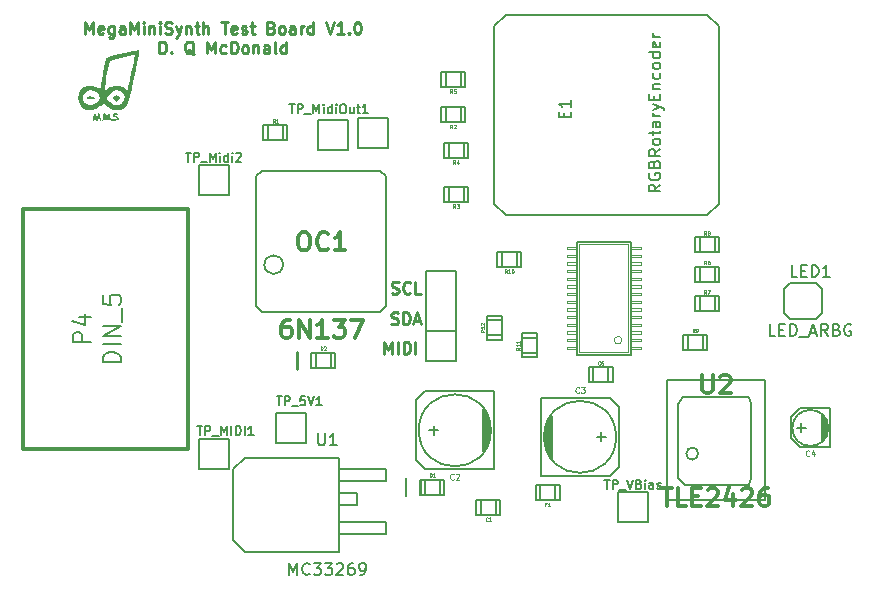
<source format=gto>
%FSLAX34Y34*%
G04 Gerber Fmt 3.4, Leading zero omitted, Abs format*
G04 (created by PCBNEW (2014-02-26 BZR 4721)-product) date Wednesday, 20 August 2014 20:09:21*
%MOIN*%
G01*
G70*
G90*
G04 APERTURE LIST*
%ADD10C,0.005906*%
%ADD11C,0.007874*%
%ADD12C,0.009843*%
%ADD13C,0.006000*%
%ADD14C,0.011811*%
%ADD15C,0.005000*%
%ADD16C,0.002600*%
%ADD17C,0.002000*%
%ADD18C,0.003000*%
%ADD19C,0.000100*%
%ADD20C,0.012000*%
%ADD21C,0.004700*%
%ADD22C,0.002400*%
G04 APERTURE END LIST*
G54D10*
G54D11*
X44488Y-28149D02*
X44488Y-28543D01*
X44488Y-28543D02*
X44488Y-28149D01*
X44488Y-28149D02*
X44488Y-28543D01*
X43996Y-28051D02*
X43996Y-28641D01*
G54D12*
X33309Y-13239D02*
X33309Y-12845D01*
X33441Y-13126D01*
X33572Y-12845D01*
X33572Y-13239D01*
X33909Y-13220D02*
X33872Y-13239D01*
X33797Y-13239D01*
X33759Y-13220D01*
X33741Y-13182D01*
X33741Y-13032D01*
X33759Y-12995D01*
X33797Y-12976D01*
X33872Y-12976D01*
X33909Y-12995D01*
X33928Y-13032D01*
X33928Y-13070D01*
X33741Y-13107D01*
X34266Y-12976D02*
X34266Y-13295D01*
X34247Y-13332D01*
X34228Y-13351D01*
X34191Y-13370D01*
X34134Y-13370D01*
X34097Y-13351D01*
X34266Y-13220D02*
X34228Y-13239D01*
X34153Y-13239D01*
X34116Y-13220D01*
X34097Y-13201D01*
X34078Y-13164D01*
X34078Y-13051D01*
X34097Y-13014D01*
X34116Y-12995D01*
X34153Y-12976D01*
X34228Y-12976D01*
X34266Y-12995D01*
X34622Y-13239D02*
X34622Y-13032D01*
X34603Y-12995D01*
X34565Y-12976D01*
X34491Y-12976D01*
X34453Y-12995D01*
X34622Y-13220D02*
X34584Y-13239D01*
X34491Y-13239D01*
X34453Y-13220D01*
X34434Y-13182D01*
X34434Y-13145D01*
X34453Y-13107D01*
X34491Y-13089D01*
X34584Y-13089D01*
X34622Y-13070D01*
X34809Y-13239D02*
X34809Y-12845D01*
X34940Y-13126D01*
X35072Y-12845D01*
X35072Y-13239D01*
X35259Y-13239D02*
X35259Y-12976D01*
X35259Y-12845D02*
X35240Y-12864D01*
X35259Y-12882D01*
X35278Y-12864D01*
X35259Y-12845D01*
X35259Y-12882D01*
X35447Y-12976D02*
X35447Y-13239D01*
X35447Y-13014D02*
X35465Y-12995D01*
X35503Y-12976D01*
X35559Y-12976D01*
X35597Y-12995D01*
X35615Y-13032D01*
X35615Y-13239D01*
X35803Y-13239D02*
X35803Y-12976D01*
X35803Y-12845D02*
X35784Y-12864D01*
X35803Y-12882D01*
X35822Y-12864D01*
X35803Y-12845D01*
X35803Y-12882D01*
X35972Y-13220D02*
X36028Y-13239D01*
X36122Y-13239D01*
X36159Y-13220D01*
X36178Y-13201D01*
X36197Y-13164D01*
X36197Y-13126D01*
X36178Y-13089D01*
X36159Y-13070D01*
X36122Y-13051D01*
X36047Y-13032D01*
X36009Y-13014D01*
X35990Y-12995D01*
X35972Y-12957D01*
X35972Y-12920D01*
X35990Y-12882D01*
X36009Y-12864D01*
X36047Y-12845D01*
X36140Y-12845D01*
X36197Y-12864D01*
X36328Y-12976D02*
X36422Y-13239D01*
X36515Y-12976D02*
X36422Y-13239D01*
X36384Y-13332D01*
X36365Y-13351D01*
X36328Y-13370D01*
X36665Y-12976D02*
X36665Y-13239D01*
X36665Y-13014D02*
X36684Y-12995D01*
X36721Y-12976D01*
X36778Y-12976D01*
X36815Y-12995D01*
X36834Y-13032D01*
X36834Y-13239D01*
X36965Y-12976D02*
X37115Y-12976D01*
X37021Y-12845D02*
X37021Y-13182D01*
X37040Y-13220D01*
X37078Y-13239D01*
X37115Y-13239D01*
X37246Y-13239D02*
X37246Y-12845D01*
X37415Y-13239D02*
X37415Y-13032D01*
X37396Y-12995D01*
X37359Y-12976D01*
X37303Y-12976D01*
X37265Y-12995D01*
X37246Y-13014D01*
X37846Y-12845D02*
X38071Y-12845D01*
X37959Y-13239D02*
X37959Y-12845D01*
X38353Y-13220D02*
X38315Y-13239D01*
X38240Y-13239D01*
X38203Y-13220D01*
X38184Y-13182D01*
X38184Y-13032D01*
X38203Y-12995D01*
X38240Y-12976D01*
X38315Y-12976D01*
X38353Y-12995D01*
X38371Y-13032D01*
X38371Y-13070D01*
X38184Y-13107D01*
X38521Y-13220D02*
X38559Y-13239D01*
X38634Y-13239D01*
X38671Y-13220D01*
X38690Y-13182D01*
X38690Y-13164D01*
X38671Y-13126D01*
X38634Y-13107D01*
X38577Y-13107D01*
X38540Y-13089D01*
X38521Y-13051D01*
X38521Y-13032D01*
X38540Y-12995D01*
X38577Y-12976D01*
X38634Y-12976D01*
X38671Y-12995D01*
X38802Y-12976D02*
X38952Y-12976D01*
X38859Y-12845D02*
X38859Y-13182D01*
X38877Y-13220D01*
X38915Y-13239D01*
X38952Y-13239D01*
X39515Y-13032D02*
X39571Y-13051D01*
X39590Y-13070D01*
X39609Y-13107D01*
X39609Y-13164D01*
X39590Y-13201D01*
X39571Y-13220D01*
X39534Y-13239D01*
X39384Y-13239D01*
X39384Y-12845D01*
X39515Y-12845D01*
X39552Y-12864D01*
X39571Y-12882D01*
X39590Y-12920D01*
X39590Y-12957D01*
X39571Y-12995D01*
X39552Y-13014D01*
X39515Y-13032D01*
X39384Y-13032D01*
X39834Y-13239D02*
X39796Y-13220D01*
X39777Y-13201D01*
X39759Y-13164D01*
X39759Y-13051D01*
X39777Y-13014D01*
X39796Y-12995D01*
X39834Y-12976D01*
X39890Y-12976D01*
X39927Y-12995D01*
X39946Y-13014D01*
X39965Y-13051D01*
X39965Y-13164D01*
X39946Y-13201D01*
X39927Y-13220D01*
X39890Y-13239D01*
X39834Y-13239D01*
X40302Y-13239D02*
X40302Y-13032D01*
X40284Y-12995D01*
X40246Y-12976D01*
X40171Y-12976D01*
X40134Y-12995D01*
X40302Y-13220D02*
X40265Y-13239D01*
X40171Y-13239D01*
X40134Y-13220D01*
X40115Y-13182D01*
X40115Y-13145D01*
X40134Y-13107D01*
X40171Y-13089D01*
X40265Y-13089D01*
X40302Y-13070D01*
X40490Y-13239D02*
X40490Y-12976D01*
X40490Y-13051D02*
X40508Y-13014D01*
X40527Y-12995D01*
X40565Y-12976D01*
X40602Y-12976D01*
X40902Y-13239D02*
X40902Y-12845D01*
X40902Y-13220D02*
X40865Y-13239D01*
X40790Y-13239D01*
X40752Y-13220D01*
X40733Y-13201D01*
X40715Y-13164D01*
X40715Y-13051D01*
X40733Y-13014D01*
X40752Y-12995D01*
X40790Y-12976D01*
X40865Y-12976D01*
X40902Y-12995D01*
X41333Y-12845D02*
X41465Y-13239D01*
X41596Y-12845D01*
X41933Y-13239D02*
X41708Y-13239D01*
X41821Y-13239D02*
X41821Y-12845D01*
X41783Y-12901D01*
X41746Y-12939D01*
X41708Y-12957D01*
X42102Y-13201D02*
X42121Y-13220D01*
X42102Y-13239D01*
X42083Y-13220D01*
X42102Y-13201D01*
X42102Y-13239D01*
X42365Y-12845D02*
X42402Y-12845D01*
X42440Y-12864D01*
X42458Y-12882D01*
X42477Y-12920D01*
X42496Y-12995D01*
X42496Y-13089D01*
X42477Y-13164D01*
X42458Y-13201D01*
X42440Y-13220D01*
X42402Y-13239D01*
X42365Y-13239D01*
X42327Y-13220D01*
X42308Y-13201D01*
X42290Y-13164D01*
X42271Y-13089D01*
X42271Y-12995D01*
X42290Y-12920D01*
X42308Y-12882D01*
X42327Y-12864D01*
X42365Y-12845D01*
X35784Y-13888D02*
X35784Y-13495D01*
X35878Y-13495D01*
X35934Y-13513D01*
X35972Y-13551D01*
X35990Y-13588D01*
X36009Y-13663D01*
X36009Y-13720D01*
X35990Y-13794D01*
X35972Y-13832D01*
X35934Y-13869D01*
X35878Y-13888D01*
X35784Y-13888D01*
X36178Y-13851D02*
X36197Y-13869D01*
X36178Y-13888D01*
X36159Y-13869D01*
X36178Y-13851D01*
X36178Y-13888D01*
X36928Y-13926D02*
X36890Y-13907D01*
X36853Y-13869D01*
X36796Y-13813D01*
X36759Y-13794D01*
X36721Y-13794D01*
X36740Y-13888D02*
X36703Y-13869D01*
X36665Y-13832D01*
X36646Y-13757D01*
X36646Y-13626D01*
X36665Y-13551D01*
X36703Y-13513D01*
X36740Y-13495D01*
X36815Y-13495D01*
X36853Y-13513D01*
X36890Y-13551D01*
X36909Y-13626D01*
X36909Y-13757D01*
X36890Y-13832D01*
X36853Y-13869D01*
X36815Y-13888D01*
X36740Y-13888D01*
X37378Y-13888D02*
X37378Y-13495D01*
X37509Y-13776D01*
X37640Y-13495D01*
X37640Y-13888D01*
X37996Y-13869D02*
X37959Y-13888D01*
X37884Y-13888D01*
X37846Y-13869D01*
X37828Y-13851D01*
X37809Y-13813D01*
X37809Y-13701D01*
X37828Y-13663D01*
X37846Y-13645D01*
X37884Y-13626D01*
X37959Y-13626D01*
X37996Y-13645D01*
X38165Y-13888D02*
X38165Y-13495D01*
X38259Y-13495D01*
X38315Y-13513D01*
X38353Y-13551D01*
X38371Y-13588D01*
X38390Y-13663D01*
X38390Y-13720D01*
X38371Y-13794D01*
X38353Y-13832D01*
X38315Y-13869D01*
X38259Y-13888D01*
X38165Y-13888D01*
X38615Y-13888D02*
X38577Y-13869D01*
X38559Y-13851D01*
X38540Y-13813D01*
X38540Y-13701D01*
X38559Y-13663D01*
X38577Y-13645D01*
X38615Y-13626D01*
X38671Y-13626D01*
X38709Y-13645D01*
X38727Y-13663D01*
X38746Y-13701D01*
X38746Y-13813D01*
X38727Y-13851D01*
X38709Y-13869D01*
X38671Y-13888D01*
X38615Y-13888D01*
X38915Y-13626D02*
X38915Y-13888D01*
X38915Y-13663D02*
X38934Y-13645D01*
X38971Y-13626D01*
X39027Y-13626D01*
X39065Y-13645D01*
X39084Y-13682D01*
X39084Y-13888D01*
X39440Y-13888D02*
X39440Y-13682D01*
X39421Y-13645D01*
X39384Y-13626D01*
X39309Y-13626D01*
X39271Y-13645D01*
X39440Y-13869D02*
X39402Y-13888D01*
X39309Y-13888D01*
X39271Y-13869D01*
X39252Y-13832D01*
X39252Y-13794D01*
X39271Y-13757D01*
X39309Y-13738D01*
X39402Y-13738D01*
X39440Y-13720D01*
X39684Y-13888D02*
X39646Y-13869D01*
X39627Y-13832D01*
X39627Y-13495D01*
X40002Y-13888D02*
X40002Y-13495D01*
X40002Y-13869D02*
X39965Y-13888D01*
X39890Y-13888D01*
X39852Y-13869D01*
X39834Y-13851D01*
X39815Y-13813D01*
X39815Y-13701D01*
X39834Y-13663D01*
X39852Y-13645D01*
X39890Y-13626D01*
X39965Y-13626D01*
X40002Y-13645D01*
X40354Y-24423D02*
X40354Y-23861D01*
X43527Y-21881D02*
X43583Y-21900D01*
X43677Y-21900D01*
X43714Y-21881D01*
X43733Y-21863D01*
X43752Y-21825D01*
X43752Y-21788D01*
X43733Y-21750D01*
X43714Y-21731D01*
X43677Y-21713D01*
X43602Y-21694D01*
X43564Y-21675D01*
X43546Y-21656D01*
X43527Y-21619D01*
X43527Y-21581D01*
X43546Y-21544D01*
X43564Y-21525D01*
X43602Y-21506D01*
X43696Y-21506D01*
X43752Y-21525D01*
X44146Y-21863D02*
X44127Y-21881D01*
X44071Y-21900D01*
X44033Y-21900D01*
X43977Y-21881D01*
X43939Y-21844D01*
X43921Y-21806D01*
X43902Y-21731D01*
X43902Y-21675D01*
X43921Y-21600D01*
X43939Y-21563D01*
X43977Y-21525D01*
X44033Y-21506D01*
X44071Y-21506D01*
X44127Y-21525D01*
X44146Y-21544D01*
X44502Y-21900D02*
X44314Y-21900D01*
X44314Y-21506D01*
X43517Y-22895D02*
X43574Y-22914D01*
X43667Y-22914D01*
X43705Y-22895D01*
X43724Y-22876D01*
X43742Y-22839D01*
X43742Y-22801D01*
X43724Y-22764D01*
X43705Y-22745D01*
X43667Y-22726D01*
X43592Y-22708D01*
X43555Y-22689D01*
X43536Y-22670D01*
X43517Y-22633D01*
X43517Y-22595D01*
X43536Y-22558D01*
X43555Y-22539D01*
X43592Y-22520D01*
X43686Y-22520D01*
X43742Y-22539D01*
X43911Y-22914D02*
X43911Y-22520D01*
X44005Y-22520D01*
X44061Y-22539D01*
X44099Y-22576D01*
X44117Y-22614D01*
X44136Y-22689D01*
X44136Y-22745D01*
X44117Y-22820D01*
X44099Y-22858D01*
X44061Y-22895D01*
X44005Y-22914D01*
X43911Y-22914D01*
X44286Y-22801D02*
X44474Y-22801D01*
X44249Y-22914D02*
X44380Y-22520D01*
X44511Y-22914D01*
X43283Y-23898D02*
X43283Y-23504D01*
X43414Y-23786D01*
X43546Y-23504D01*
X43546Y-23898D01*
X43733Y-23898D02*
X43733Y-23504D01*
X43921Y-23898D02*
X43921Y-23504D01*
X44014Y-23504D01*
X44071Y-23523D01*
X44108Y-23561D01*
X44127Y-23598D01*
X44146Y-23673D01*
X44146Y-23729D01*
X44127Y-23804D01*
X44108Y-23842D01*
X44071Y-23879D01*
X44014Y-23898D01*
X43921Y-23898D01*
X44314Y-23898D02*
X44314Y-23504D01*
G54D10*
X47342Y-12598D02*
X54035Y-12598D01*
X54035Y-12598D02*
X54429Y-12992D01*
X54429Y-12992D02*
X54429Y-18897D01*
X54429Y-18897D02*
X54035Y-19291D01*
X54035Y-19291D02*
X47342Y-19291D01*
X47342Y-19291D02*
X46948Y-18897D01*
X46948Y-18897D02*
X46948Y-12992D01*
X46948Y-12992D02*
X47342Y-12598D01*
G54D13*
X45677Y-24137D02*
X44677Y-24137D01*
X44677Y-24137D02*
X44677Y-21137D01*
X44677Y-21137D02*
X45677Y-21137D01*
X45677Y-21137D02*
X45677Y-24137D01*
X44677Y-23137D02*
X45677Y-23137D01*
X42074Y-17114D02*
X41074Y-17114D01*
X41074Y-16114D02*
X42074Y-16114D01*
X41074Y-17114D02*
X41074Y-16114D01*
X42074Y-16114D02*
X42074Y-17114D01*
X38098Y-18610D02*
X37098Y-18610D01*
X37098Y-17610D02*
X38098Y-17610D01*
X37098Y-18610D02*
X37098Y-17610D01*
X38098Y-17610D02*
X38098Y-18610D01*
X38098Y-27744D02*
X37098Y-27744D01*
X37098Y-26744D02*
X38098Y-26744D01*
X37098Y-27744D02*
X37098Y-26744D01*
X38098Y-26744D02*
X38098Y-27744D01*
X40657Y-26877D02*
X39657Y-26877D01*
X39657Y-25877D02*
X40657Y-25877D01*
X39657Y-26877D02*
X39657Y-25877D01*
X40657Y-25877D02*
X40657Y-26877D01*
X43413Y-17035D02*
X42413Y-17035D01*
X42413Y-16035D02*
X43413Y-16035D01*
X42413Y-17035D02*
X42413Y-16035D01*
X43413Y-16035D02*
X43413Y-17035D01*
X52074Y-29515D02*
X51074Y-29515D01*
X51074Y-28515D02*
X52074Y-28515D01*
X51074Y-29515D02*
X51074Y-28515D01*
X52074Y-28515D02*
X52074Y-29515D01*
G54D10*
X41771Y-28543D02*
X42362Y-28543D01*
X42362Y-28543D02*
X42362Y-28937D01*
X42362Y-28937D02*
X41771Y-28937D01*
X41771Y-29527D02*
X43346Y-29527D01*
X43346Y-29527D02*
X43346Y-29921D01*
X43346Y-29921D02*
X41771Y-29921D01*
X41771Y-27755D02*
X43346Y-27755D01*
X43346Y-27755D02*
X43346Y-28149D01*
X43346Y-28149D02*
X41771Y-28149D01*
X38622Y-27362D02*
X38228Y-27755D01*
X38228Y-27755D02*
X38228Y-30118D01*
X38228Y-30118D02*
X38622Y-30511D01*
X38622Y-30511D02*
X41771Y-30511D01*
X41771Y-30511D02*
X41771Y-27362D01*
X41771Y-27362D02*
X38622Y-27362D01*
G54D14*
X36720Y-19070D02*
X36720Y-27070D01*
X36720Y-19070D02*
X31220Y-19070D01*
X36720Y-27070D02*
X36720Y-19070D01*
X31220Y-27070D02*
X36720Y-27070D01*
X36720Y-27070D02*
X31220Y-27070D01*
X31220Y-19070D02*
X31220Y-27070D01*
G54D15*
X48653Y-26373D02*
X48653Y-26973D01*
X48703Y-27123D02*
X48703Y-26223D01*
X48753Y-26123D02*
X48753Y-27223D01*
X48803Y-27323D02*
X48803Y-26023D01*
X48853Y-25973D02*
X48853Y-27373D01*
X51003Y-26673D02*
G75*
G03X51003Y-26673I-1200J0D01*
G74*
G01*
X48503Y-25373D02*
X48503Y-27973D01*
X48503Y-27973D02*
X50803Y-27973D01*
X50803Y-27973D02*
X51103Y-27673D01*
X51103Y-27673D02*
X51103Y-25673D01*
X51103Y-25673D02*
X50803Y-25373D01*
X50803Y-25373D02*
X48503Y-25373D01*
X50653Y-26673D02*
X50353Y-26673D01*
X50503Y-26523D02*
X50503Y-26823D01*
X46779Y-26756D02*
X46779Y-26156D01*
X46729Y-26006D02*
X46729Y-26906D01*
X46679Y-27006D02*
X46679Y-25906D01*
X46629Y-25806D02*
X46629Y-27106D01*
X46579Y-27156D02*
X46579Y-25756D01*
X46829Y-26456D02*
G75*
G03X46829Y-26456I-1200J0D01*
G74*
G01*
X46929Y-27756D02*
X46929Y-25156D01*
X46929Y-25156D02*
X44629Y-25156D01*
X44629Y-25156D02*
X44329Y-25456D01*
X44329Y-25456D02*
X44329Y-27456D01*
X44329Y-27456D02*
X44629Y-27756D01*
X44629Y-27756D02*
X46929Y-27756D01*
X44779Y-26456D02*
X45079Y-26456D01*
X44929Y-26606D02*
X44929Y-26306D01*
X58130Y-27027D02*
X58130Y-25727D01*
X58130Y-25727D02*
X57130Y-25727D01*
X57130Y-25727D02*
X56830Y-26027D01*
X56830Y-26027D02*
X56830Y-26727D01*
X56830Y-26727D02*
X57130Y-27027D01*
X57130Y-27027D02*
X58130Y-27027D01*
X58030Y-26577D02*
X58030Y-26177D01*
X57980Y-26677D02*
X57980Y-26077D01*
X57930Y-26777D02*
X57930Y-25977D01*
X57880Y-26827D02*
X57880Y-25927D01*
X58080Y-26377D02*
G75*
G03X58080Y-26377I-600J0D01*
G74*
G01*
X57030Y-26377D02*
X57330Y-26377D01*
X57180Y-26527D02*
X57180Y-26227D01*
X47879Y-23372D02*
X48379Y-23372D01*
X47879Y-23872D02*
X48369Y-23872D01*
X47879Y-24022D02*
X47879Y-23222D01*
X47879Y-23222D02*
X48379Y-23222D01*
X48379Y-23222D02*
X48379Y-24022D01*
X48379Y-24022D02*
X47879Y-24022D01*
X46698Y-22781D02*
X47198Y-22781D01*
X46698Y-23281D02*
X47188Y-23281D01*
X46698Y-23431D02*
X46698Y-22631D01*
X46698Y-22631D02*
X47198Y-22631D01*
X47198Y-22631D02*
X47198Y-23431D01*
X47198Y-23431D02*
X46698Y-23431D01*
X48470Y-28793D02*
X48470Y-28293D01*
X48970Y-28793D02*
X48970Y-28303D01*
X49120Y-28793D02*
X48320Y-28793D01*
X48320Y-28793D02*
X48320Y-28293D01*
X48320Y-28293D02*
X49120Y-28293D01*
X49120Y-28293D02*
X49120Y-28793D01*
X54285Y-21009D02*
X54285Y-21509D01*
X53785Y-21009D02*
X53785Y-21499D01*
X53635Y-21009D02*
X54435Y-21009D01*
X54435Y-21009D02*
X54435Y-21509D01*
X54435Y-21509D02*
X53635Y-21509D01*
X53635Y-21509D02*
X53635Y-21009D01*
X54285Y-21994D02*
X54285Y-22494D01*
X53785Y-21994D02*
X53785Y-22484D01*
X53635Y-21994D02*
X54435Y-21994D01*
X54435Y-21994D02*
X54435Y-22494D01*
X54435Y-22494D02*
X53635Y-22494D01*
X53635Y-22494D02*
X53635Y-21994D01*
X54285Y-20025D02*
X54285Y-20525D01*
X53785Y-20025D02*
X53785Y-20515D01*
X53635Y-20025D02*
X54435Y-20025D01*
X54435Y-20025D02*
X54435Y-20525D01*
X54435Y-20525D02*
X53635Y-20525D01*
X53635Y-20525D02*
X53635Y-20025D01*
X47190Y-21017D02*
X47190Y-20517D01*
X47690Y-21017D02*
X47690Y-20527D01*
X47840Y-21017D02*
X47040Y-21017D01*
X47040Y-21017D02*
X47040Y-20517D01*
X47040Y-20517D02*
X47840Y-20517D01*
X47840Y-20517D02*
X47840Y-21017D01*
X53891Y-23273D02*
X53891Y-23773D01*
X53391Y-23273D02*
X53391Y-23763D01*
X53241Y-23273D02*
X54041Y-23273D01*
X54041Y-23273D02*
X54041Y-23773D01*
X54041Y-23773D02*
X53241Y-23773D01*
X53241Y-23773D02*
X53241Y-23273D01*
X45320Y-16194D02*
X45320Y-15694D01*
X45820Y-16194D02*
X45820Y-15704D01*
X45970Y-16194D02*
X45170Y-16194D01*
X45170Y-16194D02*
X45170Y-15694D01*
X45170Y-15694D02*
X45970Y-15694D01*
X45970Y-15694D02*
X45970Y-16194D01*
X45419Y-18852D02*
X45419Y-18352D01*
X45919Y-18852D02*
X45919Y-18362D01*
X46069Y-18852D02*
X45269Y-18852D01*
X45269Y-18852D02*
X45269Y-18352D01*
X45269Y-18352D02*
X46069Y-18352D01*
X46069Y-18352D02*
X46069Y-18852D01*
X45419Y-17375D02*
X45419Y-16875D01*
X45919Y-17375D02*
X45919Y-16885D01*
X46069Y-17375D02*
X45269Y-17375D01*
X45269Y-17375D02*
X45269Y-16875D01*
X45269Y-16875D02*
X46069Y-16875D01*
X46069Y-16875D02*
X46069Y-17375D01*
X45320Y-15013D02*
X45320Y-14513D01*
X45820Y-15013D02*
X45820Y-14523D01*
X45970Y-15013D02*
X45170Y-15013D01*
X45170Y-15013D02*
X45170Y-14513D01*
X45170Y-14513D02*
X45970Y-14513D01*
X45970Y-14513D02*
X45970Y-15013D01*
X39895Y-16285D02*
X39895Y-16785D01*
X39395Y-16285D02*
X39395Y-16775D01*
X39245Y-16285D02*
X40045Y-16285D01*
X40045Y-16285D02*
X40045Y-16785D01*
X40045Y-16785D02*
X39245Y-16785D01*
X39245Y-16785D02*
X39245Y-16285D01*
X41490Y-23864D02*
X41490Y-24364D01*
X40990Y-23864D02*
X40990Y-24354D01*
X40840Y-23864D02*
X41640Y-23864D01*
X41640Y-23864D02*
X41640Y-24364D01*
X41640Y-24364D02*
X40840Y-24364D01*
X40840Y-24364D02*
X40840Y-23864D01*
X46501Y-29285D02*
X46501Y-28785D01*
X47001Y-29285D02*
X47001Y-28795D01*
X47151Y-29285D02*
X46351Y-29285D01*
X46351Y-29285D02*
X46351Y-28785D01*
X46351Y-28785D02*
X47151Y-28785D01*
X47151Y-28785D02*
X47151Y-29285D01*
X45131Y-28096D02*
X45131Y-28596D01*
X44631Y-28096D02*
X44631Y-28586D01*
X44481Y-28096D02*
X45281Y-28096D01*
X45281Y-28096D02*
X45281Y-28596D01*
X45281Y-28596D02*
X44481Y-28596D01*
X44481Y-28596D02*
X44481Y-28096D01*
G54D16*
X51818Y-23750D02*
X51818Y-23670D01*
X51818Y-23670D02*
X51488Y-23670D01*
X51488Y-23750D02*
X51488Y-23670D01*
X51818Y-23750D02*
X51488Y-23750D01*
X51818Y-23494D02*
X51818Y-23414D01*
X51818Y-23414D02*
X51488Y-23414D01*
X51488Y-23494D02*
X51488Y-23414D01*
X51818Y-23494D02*
X51488Y-23494D01*
X51818Y-23238D02*
X51818Y-23158D01*
X51818Y-23158D02*
X51488Y-23158D01*
X51488Y-23238D02*
X51488Y-23158D01*
X51818Y-23238D02*
X51488Y-23238D01*
X51818Y-22982D02*
X51818Y-22902D01*
X51818Y-22902D02*
X51488Y-22902D01*
X51488Y-22982D02*
X51488Y-22902D01*
X51818Y-22982D02*
X51488Y-22982D01*
X51818Y-22726D02*
X51818Y-22646D01*
X51818Y-22646D02*
X51488Y-22646D01*
X51488Y-22726D02*
X51488Y-22646D01*
X51818Y-22726D02*
X51488Y-22726D01*
X51818Y-22470D02*
X51818Y-22390D01*
X51818Y-22390D02*
X51488Y-22390D01*
X51488Y-22470D02*
X51488Y-22390D01*
X51818Y-22470D02*
X51488Y-22470D01*
X51818Y-22214D02*
X51818Y-22134D01*
X51818Y-22134D02*
X51488Y-22134D01*
X51488Y-22214D02*
X51488Y-22134D01*
X51818Y-22214D02*
X51488Y-22214D01*
X51818Y-21960D02*
X51818Y-21880D01*
X51818Y-21880D02*
X51488Y-21880D01*
X51488Y-21960D02*
X51488Y-21880D01*
X51818Y-21960D02*
X51488Y-21960D01*
X51818Y-21704D02*
X51818Y-21624D01*
X51818Y-21624D02*
X51488Y-21624D01*
X51488Y-21704D02*
X51488Y-21624D01*
X51818Y-21704D02*
X51488Y-21704D01*
X51818Y-21448D02*
X51818Y-21368D01*
X51818Y-21368D02*
X51488Y-21368D01*
X51488Y-21448D02*
X51488Y-21368D01*
X51818Y-21448D02*
X51488Y-21448D01*
X51818Y-21192D02*
X51818Y-21112D01*
X51818Y-21112D02*
X51488Y-21112D01*
X51488Y-21192D02*
X51488Y-21112D01*
X51818Y-21192D02*
X51488Y-21192D01*
X51818Y-20936D02*
X51818Y-20856D01*
X51818Y-20856D02*
X51488Y-20856D01*
X51488Y-20936D02*
X51488Y-20856D01*
X51818Y-20936D02*
X51488Y-20936D01*
X51818Y-20680D02*
X51818Y-20600D01*
X51818Y-20600D02*
X51488Y-20600D01*
X51488Y-20680D02*
X51488Y-20600D01*
X51818Y-20680D02*
X51488Y-20680D01*
X51818Y-20424D02*
X51818Y-20344D01*
X51818Y-20344D02*
X51488Y-20344D01*
X51488Y-20424D02*
X51488Y-20344D01*
X51818Y-20424D02*
X51488Y-20424D01*
X49692Y-20424D02*
X49692Y-20344D01*
X49692Y-20344D02*
X49362Y-20344D01*
X49362Y-20424D02*
X49362Y-20344D01*
X49692Y-20424D02*
X49362Y-20424D01*
X49692Y-20680D02*
X49692Y-20600D01*
X49692Y-20600D02*
X49362Y-20600D01*
X49362Y-20680D02*
X49362Y-20600D01*
X49692Y-20680D02*
X49362Y-20680D01*
X49692Y-20936D02*
X49692Y-20856D01*
X49692Y-20856D02*
X49362Y-20856D01*
X49362Y-20936D02*
X49362Y-20856D01*
X49692Y-20936D02*
X49362Y-20936D01*
X49692Y-21192D02*
X49692Y-21112D01*
X49692Y-21112D02*
X49362Y-21112D01*
X49362Y-21192D02*
X49362Y-21112D01*
X49692Y-21192D02*
X49362Y-21192D01*
X49692Y-21448D02*
X49692Y-21368D01*
X49692Y-21368D02*
X49362Y-21368D01*
X49362Y-21448D02*
X49362Y-21368D01*
X49692Y-21448D02*
X49362Y-21448D01*
X49692Y-21704D02*
X49692Y-21624D01*
X49692Y-21624D02*
X49362Y-21624D01*
X49362Y-21704D02*
X49362Y-21624D01*
X49692Y-21704D02*
X49362Y-21704D01*
X49692Y-21960D02*
X49692Y-21880D01*
X49692Y-21880D02*
X49362Y-21880D01*
X49362Y-21960D02*
X49362Y-21880D01*
X49692Y-21960D02*
X49362Y-21960D01*
X49692Y-22214D02*
X49692Y-22134D01*
X49692Y-22134D02*
X49362Y-22134D01*
X49362Y-22214D02*
X49362Y-22134D01*
X49692Y-22214D02*
X49362Y-22214D01*
X49692Y-22470D02*
X49692Y-22390D01*
X49692Y-22390D02*
X49362Y-22390D01*
X49362Y-22470D02*
X49362Y-22390D01*
X49692Y-22470D02*
X49362Y-22470D01*
X49692Y-22726D02*
X49692Y-22646D01*
X49692Y-22646D02*
X49362Y-22646D01*
X49362Y-22726D02*
X49362Y-22646D01*
X49692Y-22726D02*
X49362Y-22726D01*
X49692Y-22982D02*
X49692Y-22902D01*
X49692Y-22902D02*
X49362Y-22902D01*
X49362Y-22982D02*
X49362Y-22902D01*
X49692Y-22982D02*
X49362Y-22982D01*
X49692Y-23238D02*
X49692Y-23158D01*
X49692Y-23158D02*
X49362Y-23158D01*
X49362Y-23238D02*
X49362Y-23158D01*
X49692Y-23238D02*
X49362Y-23238D01*
X49692Y-23494D02*
X49692Y-23414D01*
X49692Y-23414D02*
X49362Y-23414D01*
X49362Y-23494D02*
X49362Y-23414D01*
X49692Y-23494D02*
X49362Y-23494D01*
X49692Y-23750D02*
X49692Y-23670D01*
X49692Y-23670D02*
X49362Y-23670D01*
X49362Y-23750D02*
X49362Y-23670D01*
X49692Y-23750D02*
X49362Y-23750D01*
G54D13*
X51488Y-23932D02*
X51488Y-20162D01*
X49692Y-20162D02*
X51488Y-20162D01*
X49692Y-20162D02*
X49692Y-23932D01*
X51488Y-23932D02*
X49692Y-23932D01*
G54D17*
X51398Y-23842D02*
X51398Y-20252D01*
X49782Y-20252D02*
X51398Y-20252D01*
X49782Y-20252D02*
X49782Y-23842D01*
X51398Y-23842D02*
X49782Y-23842D01*
G54D18*
X51197Y-23454D02*
G75*
G03X51197Y-23454I-127J0D01*
G74*
G01*
G54D15*
X50742Y-24356D02*
X50742Y-24856D01*
X50242Y-24356D02*
X50242Y-24846D01*
X50092Y-24356D02*
X50892Y-24356D01*
X50892Y-24356D02*
X50892Y-24856D01*
X50892Y-24856D02*
X50092Y-24856D01*
X50092Y-24856D02*
X50092Y-24356D01*
G54D19*
G36*
X33839Y-16140D02*
X33835Y-16152D01*
X33813Y-16141D01*
X33795Y-16095D01*
X33774Y-16017D01*
X33732Y-16096D01*
X33689Y-16176D01*
X33655Y-16092D01*
X33630Y-16045D01*
X33620Y-16062D01*
X33620Y-16065D01*
X33598Y-16127D01*
X33580Y-16145D01*
X33558Y-16141D01*
X33558Y-16084D01*
X33565Y-16039D01*
X33593Y-15930D01*
X33622Y-15880D01*
X33651Y-15891D01*
X33670Y-15942D01*
X33694Y-16035D01*
X33734Y-15938D01*
X33775Y-15842D01*
X33815Y-15987D01*
X33835Y-16078D01*
X33839Y-16140D01*
X33839Y-16140D01*
X33839Y-16140D01*
G37*
G36*
X34443Y-16077D02*
X34385Y-16125D01*
X34384Y-16125D01*
X34290Y-16151D01*
X34196Y-16139D01*
X34129Y-16096D01*
X34115Y-16073D01*
X34094Y-16029D01*
X34076Y-16046D01*
X34068Y-16067D01*
X34034Y-16116D01*
X34014Y-16126D01*
X33988Y-16098D01*
X33983Y-16067D01*
X33975Y-16038D01*
X33949Y-16064D01*
X33931Y-16092D01*
X33880Y-16176D01*
X33899Y-16063D01*
X33912Y-15972D01*
X33917Y-15907D01*
X33918Y-15905D01*
X33931Y-15862D01*
X33964Y-15870D01*
X34001Y-15924D01*
X34012Y-15951D01*
X34036Y-16008D01*
X34045Y-16006D01*
X34048Y-15969D01*
X34064Y-15896D01*
X34094Y-15877D01*
X34127Y-15907D01*
X34148Y-15977D01*
X34151Y-16020D01*
X34174Y-16062D01*
X34251Y-16082D01*
X34268Y-16084D01*
X34344Y-16081D01*
X34383Y-16063D01*
X34384Y-16059D01*
X34356Y-16034D01*
X34301Y-16026D01*
X34234Y-16008D01*
X34218Y-15977D01*
X34246Y-15920D01*
X34309Y-15885D01*
X34376Y-15888D01*
X34383Y-15891D01*
X34401Y-15915D01*
X34358Y-15931D01*
X34348Y-15933D01*
X34268Y-15947D01*
X34359Y-15985D01*
X34434Y-16031D01*
X34443Y-16077D01*
X34443Y-16077D01*
X34443Y-16077D01*
G37*
G36*
X35104Y-13814D02*
X35103Y-13864D01*
X35093Y-13946D01*
X35073Y-14065D01*
X35043Y-14228D01*
X35000Y-14438D01*
X34974Y-14565D01*
X34974Y-13943D01*
X34965Y-13932D01*
X34932Y-13932D01*
X34867Y-13944D01*
X34761Y-13970D01*
X34605Y-14012D01*
X34501Y-14040D01*
X34360Y-14079D01*
X34243Y-14115D01*
X34166Y-14143D01*
X34143Y-14154D01*
X34127Y-14194D01*
X34104Y-14283D01*
X34076Y-14408D01*
X34046Y-14556D01*
X34016Y-14712D01*
X33988Y-14863D01*
X33966Y-14996D01*
X33952Y-15097D01*
X33949Y-15152D01*
X33951Y-15159D01*
X33988Y-15137D01*
X34033Y-15093D01*
X34146Y-15013D01*
X34288Y-14973D01*
X34438Y-14973D01*
X34573Y-15016D01*
X34636Y-15060D01*
X34665Y-15089D01*
X34687Y-15106D01*
X34705Y-15105D01*
X34723Y-15077D01*
X34742Y-15017D01*
X34766Y-14915D01*
X34798Y-14764D01*
X34840Y-14557D01*
X34850Y-14509D01*
X34887Y-14332D01*
X34921Y-14176D01*
X34948Y-14055D01*
X34965Y-13979D01*
X34970Y-13963D01*
X34974Y-13943D01*
X34974Y-14565D01*
X34946Y-14702D01*
X34877Y-15024D01*
X34856Y-15120D01*
X34815Y-15305D01*
X34781Y-15436D01*
X34750Y-15529D01*
X34717Y-15595D01*
X34677Y-15647D01*
X34655Y-15670D01*
X34631Y-15691D01*
X34631Y-15350D01*
X34602Y-15261D01*
X34540Y-15176D01*
X34455Y-15135D01*
X34349Y-15126D01*
X34271Y-15146D01*
X34178Y-15198D01*
X34092Y-15266D01*
X34033Y-15334D01*
X34018Y-15376D01*
X34041Y-15422D01*
X34100Y-15489D01*
X34135Y-15522D01*
X34262Y-15603D01*
X34385Y-15626D01*
X34494Y-15590D01*
X34540Y-15551D01*
X34614Y-15445D01*
X34631Y-15350D01*
X34631Y-15691D01*
X34582Y-15734D01*
X34511Y-15765D01*
X34412Y-15775D01*
X34370Y-15776D01*
X34250Y-15768D01*
X34160Y-15739D01*
X34067Y-15676D01*
X34056Y-15667D01*
X33921Y-15559D01*
X33828Y-15646D01*
X33810Y-15658D01*
X33810Y-15379D01*
X33779Y-15284D01*
X33722Y-15220D01*
X33596Y-15143D01*
X33467Y-15125D01*
X33347Y-15168D01*
X33299Y-15207D01*
X33230Y-15314D01*
X33221Y-15424D01*
X33272Y-15525D01*
X33305Y-15556D01*
X33423Y-15616D01*
X33548Y-15612D01*
X33672Y-15556D01*
X33774Y-15470D01*
X33810Y-15379D01*
X33810Y-15658D01*
X33677Y-15752D01*
X33521Y-15791D01*
X33359Y-15764D01*
X33284Y-15731D01*
X33161Y-15636D01*
X33089Y-15513D01*
X33065Y-15377D01*
X33085Y-15242D01*
X33148Y-15120D01*
X33252Y-15026D01*
X33393Y-14973D01*
X33421Y-14969D01*
X33580Y-14972D01*
X33682Y-15008D01*
X33756Y-15040D01*
X33802Y-15050D01*
X33806Y-15048D01*
X33818Y-15011D01*
X33838Y-14921D01*
X33866Y-14789D01*
X33897Y-14627D01*
X33912Y-14548D01*
X33945Y-14376D01*
X33975Y-14228D01*
X34000Y-14117D01*
X34017Y-14053D01*
X34022Y-14044D01*
X34065Y-14023D01*
X34159Y-13994D01*
X34289Y-13958D01*
X34442Y-13919D01*
X34605Y-13881D01*
X34763Y-13845D01*
X34905Y-13816D01*
X35016Y-13796D01*
X35083Y-13789D01*
X35097Y-13791D01*
X35104Y-13814D01*
X35104Y-13814D01*
X35104Y-13814D01*
G37*
G36*
X33618Y-15376D02*
X33591Y-15413D01*
X33507Y-15425D01*
X33506Y-15426D01*
X33424Y-15419D01*
X33375Y-15405D01*
X33373Y-15403D01*
X33352Y-15359D01*
X33394Y-15333D01*
X33484Y-15326D01*
X33577Y-15334D01*
X33615Y-15361D01*
X33618Y-15376D01*
X33618Y-15376D01*
X33618Y-15376D01*
G37*
G36*
X34484Y-15376D02*
X34459Y-15420D01*
X34437Y-15426D01*
X34390Y-15453D01*
X34375Y-15484D01*
X34362Y-15525D01*
X34345Y-15504D01*
X34336Y-15484D01*
X34293Y-15435D01*
X34264Y-15426D01*
X34223Y-15399D01*
X34218Y-15376D01*
X34244Y-15331D01*
X34268Y-15326D01*
X34310Y-15298D01*
X34319Y-15267D01*
X34323Y-15227D01*
X34344Y-15241D01*
X34364Y-15267D01*
X34415Y-15314D01*
X34446Y-15326D01*
X34480Y-15352D01*
X34484Y-15376D01*
X34484Y-15376D01*
X34484Y-15376D01*
G37*
G54D10*
X56791Y-21555D02*
X56594Y-21751D01*
X56594Y-21751D02*
X56594Y-22539D01*
X56594Y-22539D02*
X56791Y-22736D01*
X56791Y-22736D02*
X57677Y-22736D01*
X57677Y-22736D02*
X57874Y-22539D01*
X57874Y-22539D02*
X57874Y-21751D01*
X57874Y-21751D02*
X57677Y-21555D01*
X57677Y-21555D02*
X56791Y-21555D01*
X39903Y-20933D02*
G75*
G03X39903Y-20933I-312J0D01*
G74*
G01*
X39212Y-17795D02*
X39015Y-17992D01*
X39015Y-17992D02*
X39015Y-22322D01*
X39015Y-22322D02*
X39212Y-22519D01*
X39212Y-22519D02*
X43149Y-22519D01*
X43149Y-22519D02*
X43346Y-22322D01*
X43346Y-22322D02*
X43346Y-17992D01*
X43346Y-17992D02*
X43149Y-17795D01*
X43149Y-17795D02*
X39212Y-17795D01*
X53743Y-27232D02*
G75*
G03X53743Y-27232I-200J0D01*
G74*
G01*
X55433Y-25354D02*
X53228Y-25354D01*
X53228Y-25354D02*
X53070Y-25590D01*
X53070Y-25590D02*
X53070Y-28031D01*
X53070Y-28031D02*
X53307Y-28267D01*
X53307Y-28267D02*
X55433Y-28267D01*
X55433Y-28267D02*
X55511Y-28031D01*
X55511Y-28031D02*
X55511Y-25590D01*
X55511Y-25590D02*
X55433Y-25354D01*
X52693Y-24764D02*
X55967Y-24764D01*
X55967Y-24764D02*
X55967Y-28778D01*
X52693Y-28778D02*
X55967Y-28778D01*
X52693Y-24764D02*
X52693Y-28778D01*
G54D20*
G54D10*
X49282Y-16019D02*
X49282Y-15888D01*
X49489Y-15832D02*
X49489Y-16019D01*
X49095Y-16019D01*
X49095Y-15832D01*
X49489Y-15457D02*
X49489Y-15682D01*
X49489Y-15569D02*
X49095Y-15569D01*
X49151Y-15607D01*
X49189Y-15644D01*
X49207Y-15682D01*
X52481Y-18266D02*
X52293Y-18398D01*
X52481Y-18491D02*
X52087Y-18491D01*
X52087Y-18341D01*
X52106Y-18304D01*
X52125Y-18285D01*
X52162Y-18266D01*
X52218Y-18266D01*
X52256Y-18285D01*
X52275Y-18304D01*
X52293Y-18341D01*
X52293Y-18491D01*
X52106Y-17891D02*
X52087Y-17929D01*
X52087Y-17985D01*
X52106Y-18041D01*
X52143Y-18079D01*
X52181Y-18098D01*
X52256Y-18116D01*
X52312Y-18116D01*
X52387Y-18098D01*
X52425Y-18079D01*
X52462Y-18041D01*
X52481Y-17985D01*
X52481Y-17948D01*
X52462Y-17891D01*
X52443Y-17873D01*
X52312Y-17873D01*
X52312Y-17948D01*
X52275Y-17573D02*
X52293Y-17516D01*
X52312Y-17498D01*
X52350Y-17479D01*
X52406Y-17479D01*
X52443Y-17498D01*
X52462Y-17516D01*
X52481Y-17554D01*
X52481Y-17704D01*
X52087Y-17704D01*
X52087Y-17573D01*
X52106Y-17535D01*
X52125Y-17516D01*
X52162Y-17498D01*
X52200Y-17498D01*
X52237Y-17516D01*
X52256Y-17535D01*
X52275Y-17573D01*
X52275Y-17704D01*
X52481Y-17085D02*
X52293Y-17216D01*
X52481Y-17310D02*
X52087Y-17310D01*
X52087Y-17160D01*
X52106Y-17123D01*
X52125Y-17104D01*
X52162Y-17085D01*
X52218Y-17085D01*
X52256Y-17104D01*
X52275Y-17123D01*
X52293Y-17160D01*
X52293Y-17310D01*
X52481Y-16860D02*
X52462Y-16898D01*
X52443Y-16916D01*
X52406Y-16935D01*
X52293Y-16935D01*
X52256Y-16916D01*
X52237Y-16898D01*
X52218Y-16860D01*
X52218Y-16804D01*
X52237Y-16766D01*
X52256Y-16748D01*
X52293Y-16729D01*
X52406Y-16729D01*
X52443Y-16748D01*
X52462Y-16766D01*
X52481Y-16804D01*
X52481Y-16860D01*
X52218Y-16616D02*
X52218Y-16467D01*
X52087Y-16560D02*
X52425Y-16560D01*
X52462Y-16541D01*
X52481Y-16504D01*
X52481Y-16467D01*
X52481Y-16167D02*
X52275Y-16167D01*
X52237Y-16185D01*
X52218Y-16223D01*
X52218Y-16298D01*
X52237Y-16335D01*
X52462Y-16167D02*
X52481Y-16204D01*
X52481Y-16298D01*
X52462Y-16335D01*
X52425Y-16354D01*
X52387Y-16354D01*
X52350Y-16335D01*
X52331Y-16298D01*
X52331Y-16204D01*
X52312Y-16167D01*
X52481Y-15979D02*
X52218Y-15979D01*
X52293Y-15979D02*
X52256Y-15960D01*
X52237Y-15942D01*
X52218Y-15904D01*
X52218Y-15867D01*
X52218Y-15773D02*
X52481Y-15679D01*
X52218Y-15585D02*
X52481Y-15679D01*
X52574Y-15717D01*
X52593Y-15735D01*
X52612Y-15773D01*
X52275Y-15435D02*
X52275Y-15304D01*
X52481Y-15248D02*
X52481Y-15435D01*
X52087Y-15435D01*
X52087Y-15248D01*
X52218Y-15079D02*
X52481Y-15079D01*
X52256Y-15079D02*
X52237Y-15060D01*
X52218Y-15023D01*
X52218Y-14967D01*
X52237Y-14929D01*
X52275Y-14910D01*
X52481Y-14910D01*
X52462Y-14554D02*
X52481Y-14592D01*
X52481Y-14667D01*
X52462Y-14704D01*
X52443Y-14723D01*
X52406Y-14742D01*
X52293Y-14742D01*
X52256Y-14723D01*
X52237Y-14704D01*
X52218Y-14667D01*
X52218Y-14592D01*
X52237Y-14554D01*
X52481Y-14329D02*
X52462Y-14367D01*
X52443Y-14386D01*
X52406Y-14404D01*
X52293Y-14404D01*
X52256Y-14386D01*
X52237Y-14367D01*
X52218Y-14329D01*
X52218Y-14273D01*
X52237Y-14236D01*
X52256Y-14217D01*
X52293Y-14198D01*
X52406Y-14198D01*
X52443Y-14217D01*
X52462Y-14236D01*
X52481Y-14273D01*
X52481Y-14329D01*
X52481Y-13861D02*
X52087Y-13861D01*
X52462Y-13861D02*
X52481Y-13898D01*
X52481Y-13973D01*
X52462Y-14011D01*
X52443Y-14029D01*
X52406Y-14048D01*
X52293Y-14048D01*
X52256Y-14029D01*
X52237Y-14011D01*
X52218Y-13973D01*
X52218Y-13898D01*
X52237Y-13861D01*
X52462Y-13523D02*
X52481Y-13561D01*
X52481Y-13636D01*
X52462Y-13673D01*
X52425Y-13692D01*
X52275Y-13692D01*
X52237Y-13673D01*
X52218Y-13636D01*
X52218Y-13561D01*
X52237Y-13523D01*
X52275Y-13504D01*
X52312Y-13504D01*
X52350Y-13692D01*
X52481Y-13336D02*
X52218Y-13336D01*
X52293Y-13336D02*
X52256Y-13317D01*
X52237Y-13298D01*
X52218Y-13261D01*
X52218Y-13223D01*
G54D13*
X40115Y-15583D02*
X40287Y-15583D01*
X40201Y-15883D02*
X40201Y-15583D01*
X40387Y-15883D02*
X40387Y-15583D01*
X40501Y-15583D01*
X40529Y-15598D01*
X40544Y-15612D01*
X40558Y-15640D01*
X40558Y-15683D01*
X40544Y-15712D01*
X40529Y-15726D01*
X40501Y-15740D01*
X40387Y-15740D01*
X40615Y-15912D02*
X40844Y-15912D01*
X40915Y-15883D02*
X40915Y-15583D01*
X41015Y-15798D01*
X41115Y-15583D01*
X41115Y-15883D01*
X41258Y-15883D02*
X41258Y-15683D01*
X41258Y-15583D02*
X41244Y-15598D01*
X41258Y-15612D01*
X41272Y-15598D01*
X41258Y-15583D01*
X41258Y-15612D01*
X41529Y-15883D02*
X41529Y-15583D01*
X41529Y-15869D02*
X41501Y-15883D01*
X41444Y-15883D01*
X41415Y-15869D01*
X41401Y-15855D01*
X41387Y-15826D01*
X41387Y-15740D01*
X41401Y-15712D01*
X41415Y-15698D01*
X41444Y-15683D01*
X41501Y-15683D01*
X41529Y-15698D01*
X41672Y-15883D02*
X41672Y-15683D01*
X41672Y-15583D02*
X41658Y-15598D01*
X41672Y-15612D01*
X41687Y-15598D01*
X41672Y-15583D01*
X41672Y-15612D01*
X41872Y-15583D02*
X41929Y-15583D01*
X41958Y-15598D01*
X41987Y-15626D01*
X42001Y-15683D01*
X42001Y-15783D01*
X41987Y-15840D01*
X41958Y-15869D01*
X41929Y-15883D01*
X41872Y-15883D01*
X41844Y-15869D01*
X41815Y-15840D01*
X41801Y-15783D01*
X41801Y-15683D01*
X41815Y-15626D01*
X41844Y-15598D01*
X41872Y-15583D01*
X42258Y-15683D02*
X42258Y-15883D01*
X42129Y-15683D02*
X42129Y-15840D01*
X42144Y-15869D01*
X42172Y-15883D01*
X42215Y-15883D01*
X42244Y-15869D01*
X42258Y-15855D01*
X42358Y-15683D02*
X42472Y-15683D01*
X42401Y-15583D02*
X42401Y-15840D01*
X42415Y-15869D01*
X42444Y-15883D01*
X42472Y-15883D01*
X42729Y-15883D02*
X42558Y-15883D01*
X42644Y-15883D02*
X42644Y-15583D01*
X42615Y-15626D01*
X42587Y-15655D01*
X42558Y-15669D01*
X36655Y-17195D02*
X36826Y-17195D01*
X36741Y-17495D02*
X36741Y-17195D01*
X36926Y-17495D02*
X36926Y-17195D01*
X37041Y-17195D01*
X37069Y-17210D01*
X37084Y-17224D01*
X37098Y-17253D01*
X37098Y-17295D01*
X37084Y-17324D01*
X37069Y-17338D01*
X37041Y-17353D01*
X36926Y-17353D01*
X37155Y-17524D02*
X37384Y-17524D01*
X37455Y-17495D02*
X37455Y-17195D01*
X37555Y-17410D01*
X37655Y-17195D01*
X37655Y-17495D01*
X37798Y-17495D02*
X37798Y-17295D01*
X37798Y-17195D02*
X37784Y-17210D01*
X37798Y-17224D01*
X37812Y-17210D01*
X37798Y-17195D01*
X37798Y-17224D01*
X38069Y-17495D02*
X38069Y-17195D01*
X38069Y-17481D02*
X38041Y-17495D01*
X37984Y-17495D01*
X37955Y-17481D01*
X37941Y-17467D01*
X37926Y-17438D01*
X37926Y-17353D01*
X37941Y-17324D01*
X37955Y-17310D01*
X37984Y-17295D01*
X38041Y-17295D01*
X38069Y-17310D01*
X38212Y-17495D02*
X38212Y-17295D01*
X38212Y-17195D02*
X38198Y-17210D01*
X38212Y-17224D01*
X38226Y-17210D01*
X38212Y-17195D01*
X38212Y-17224D01*
X38341Y-17224D02*
X38355Y-17210D01*
X38384Y-17195D01*
X38455Y-17195D01*
X38484Y-17210D01*
X38498Y-17224D01*
X38512Y-17253D01*
X38512Y-17281D01*
X38498Y-17324D01*
X38326Y-17495D01*
X38512Y-17495D01*
X37034Y-26312D02*
X37206Y-26312D01*
X37120Y-26612D02*
X37120Y-26312D01*
X37306Y-26612D02*
X37306Y-26312D01*
X37420Y-26312D01*
X37449Y-26326D01*
X37463Y-26340D01*
X37477Y-26369D01*
X37477Y-26412D01*
X37463Y-26440D01*
X37449Y-26454D01*
X37420Y-26469D01*
X37306Y-26469D01*
X37534Y-26640D02*
X37763Y-26640D01*
X37834Y-26612D02*
X37834Y-26312D01*
X37934Y-26526D01*
X38034Y-26312D01*
X38034Y-26612D01*
X38177Y-26612D02*
X38177Y-26312D01*
X38320Y-26612D02*
X38320Y-26312D01*
X38392Y-26312D01*
X38434Y-26326D01*
X38463Y-26354D01*
X38477Y-26383D01*
X38492Y-26440D01*
X38492Y-26483D01*
X38477Y-26540D01*
X38463Y-26569D01*
X38434Y-26597D01*
X38392Y-26612D01*
X38320Y-26612D01*
X38620Y-26612D02*
X38620Y-26312D01*
X38920Y-26612D02*
X38749Y-26612D01*
X38834Y-26612D02*
X38834Y-26312D01*
X38806Y-26354D01*
X38777Y-26383D01*
X38749Y-26397D01*
X39688Y-25327D02*
X39859Y-25327D01*
X39774Y-25627D02*
X39774Y-25327D01*
X39959Y-25627D02*
X39959Y-25327D01*
X40074Y-25327D01*
X40102Y-25342D01*
X40117Y-25356D01*
X40131Y-25384D01*
X40131Y-25427D01*
X40117Y-25456D01*
X40102Y-25470D01*
X40074Y-25484D01*
X39959Y-25484D01*
X40188Y-25656D02*
X40417Y-25656D01*
X40631Y-25327D02*
X40488Y-25327D01*
X40474Y-25470D01*
X40488Y-25456D01*
X40517Y-25442D01*
X40588Y-25442D01*
X40617Y-25456D01*
X40631Y-25470D01*
X40645Y-25499D01*
X40645Y-25570D01*
X40631Y-25599D01*
X40617Y-25613D01*
X40588Y-25627D01*
X40517Y-25627D01*
X40488Y-25613D01*
X40474Y-25599D01*
X40731Y-25327D02*
X40831Y-25627D01*
X40931Y-25327D01*
X41188Y-25627D02*
X41017Y-25627D01*
X41102Y-25627D02*
X41102Y-25327D01*
X41074Y-25370D01*
X41045Y-25399D01*
X41017Y-25413D01*
X50617Y-28101D02*
X50789Y-28101D01*
X50703Y-28401D02*
X50703Y-28101D01*
X50889Y-28401D02*
X50889Y-28101D01*
X51003Y-28101D01*
X51031Y-28115D01*
X51046Y-28130D01*
X51060Y-28158D01*
X51060Y-28201D01*
X51046Y-28230D01*
X51031Y-28244D01*
X51003Y-28258D01*
X50889Y-28258D01*
X51117Y-28430D02*
X51346Y-28430D01*
X51374Y-28101D02*
X51474Y-28401D01*
X51574Y-28101D01*
X51774Y-28244D02*
X51817Y-28258D01*
X51831Y-28272D01*
X51846Y-28301D01*
X51846Y-28344D01*
X51831Y-28372D01*
X51817Y-28387D01*
X51789Y-28401D01*
X51674Y-28401D01*
X51674Y-28101D01*
X51774Y-28101D01*
X51803Y-28115D01*
X51817Y-28130D01*
X51831Y-28158D01*
X51831Y-28187D01*
X51817Y-28215D01*
X51803Y-28230D01*
X51774Y-28244D01*
X51674Y-28244D01*
X51974Y-28401D02*
X51974Y-28201D01*
X51974Y-28101D02*
X51960Y-28115D01*
X51974Y-28130D01*
X51989Y-28115D01*
X51974Y-28101D01*
X51974Y-28130D01*
X52246Y-28401D02*
X52246Y-28244D01*
X52231Y-28215D01*
X52203Y-28201D01*
X52146Y-28201D01*
X52117Y-28215D01*
X52246Y-28387D02*
X52217Y-28401D01*
X52146Y-28401D01*
X52117Y-28387D01*
X52103Y-28358D01*
X52103Y-28330D01*
X52117Y-28301D01*
X52146Y-28287D01*
X52217Y-28287D01*
X52246Y-28272D01*
X52374Y-28387D02*
X52403Y-28401D01*
X52460Y-28401D01*
X52489Y-28387D01*
X52503Y-28358D01*
X52503Y-28344D01*
X52489Y-28315D01*
X52460Y-28301D01*
X52417Y-28301D01*
X52389Y-28287D01*
X52374Y-28258D01*
X52374Y-28244D01*
X52389Y-28215D01*
X52417Y-28201D01*
X52460Y-28201D01*
X52489Y-28215D01*
G54D10*
X41077Y-26556D02*
X41077Y-26874D01*
X41096Y-26912D01*
X41115Y-26931D01*
X41152Y-26949D01*
X41227Y-26949D01*
X41265Y-26931D01*
X41284Y-26912D01*
X41302Y-26874D01*
X41302Y-26556D01*
X41696Y-26949D02*
X41471Y-26949D01*
X41584Y-26949D02*
X41584Y-26556D01*
X41546Y-26612D01*
X41509Y-26649D01*
X41471Y-26668D01*
X40112Y-31280D02*
X40112Y-30886D01*
X40243Y-31167D01*
X40374Y-30886D01*
X40374Y-31280D01*
X40787Y-31242D02*
X40768Y-31261D01*
X40712Y-31280D01*
X40674Y-31280D01*
X40618Y-31261D01*
X40581Y-31224D01*
X40562Y-31186D01*
X40543Y-31111D01*
X40543Y-31055D01*
X40562Y-30980D01*
X40581Y-30943D01*
X40618Y-30905D01*
X40674Y-30886D01*
X40712Y-30886D01*
X40768Y-30905D01*
X40787Y-30924D01*
X40918Y-30886D02*
X41162Y-30886D01*
X41031Y-31036D01*
X41087Y-31036D01*
X41124Y-31055D01*
X41143Y-31074D01*
X41162Y-31111D01*
X41162Y-31205D01*
X41143Y-31242D01*
X41124Y-31261D01*
X41087Y-31280D01*
X40974Y-31280D01*
X40937Y-31261D01*
X40918Y-31242D01*
X41293Y-30886D02*
X41537Y-30886D01*
X41406Y-31036D01*
X41462Y-31036D01*
X41499Y-31055D01*
X41518Y-31074D01*
X41537Y-31111D01*
X41537Y-31205D01*
X41518Y-31242D01*
X41499Y-31261D01*
X41462Y-31280D01*
X41349Y-31280D01*
X41312Y-31261D01*
X41293Y-31242D01*
X41687Y-30924D02*
X41706Y-30905D01*
X41743Y-30886D01*
X41837Y-30886D01*
X41874Y-30905D01*
X41893Y-30924D01*
X41912Y-30961D01*
X41912Y-30999D01*
X41893Y-31055D01*
X41668Y-31280D01*
X41912Y-31280D01*
X42249Y-30886D02*
X42174Y-30886D01*
X42137Y-30905D01*
X42118Y-30924D01*
X42080Y-30980D01*
X42062Y-31055D01*
X42062Y-31205D01*
X42080Y-31242D01*
X42099Y-31261D01*
X42137Y-31280D01*
X42212Y-31280D01*
X42249Y-31261D01*
X42268Y-31242D01*
X42287Y-31205D01*
X42287Y-31111D01*
X42268Y-31074D01*
X42249Y-31055D01*
X42212Y-31036D01*
X42137Y-31036D01*
X42099Y-31055D01*
X42080Y-31074D01*
X42062Y-31111D01*
X42474Y-31280D02*
X42549Y-31280D01*
X42587Y-31261D01*
X42605Y-31242D01*
X42643Y-31186D01*
X42662Y-31111D01*
X42662Y-30961D01*
X42643Y-30924D01*
X42624Y-30905D01*
X42587Y-30886D01*
X42512Y-30886D01*
X42474Y-30905D01*
X42455Y-30924D01*
X42437Y-30961D01*
X42437Y-31055D01*
X42455Y-31092D01*
X42474Y-31111D01*
X42512Y-31130D01*
X42587Y-31130D01*
X42624Y-31111D01*
X42643Y-31092D01*
X42662Y-31055D01*
X33487Y-23506D02*
X32897Y-23506D01*
X32897Y-23281D01*
X32925Y-23225D01*
X32953Y-23197D01*
X33009Y-23169D01*
X33093Y-23169D01*
X33150Y-23197D01*
X33178Y-23225D01*
X33206Y-23281D01*
X33206Y-23506D01*
X33093Y-22663D02*
X33487Y-22663D01*
X32868Y-22803D02*
X33290Y-22944D01*
X33290Y-22578D01*
X34487Y-24181D02*
X33897Y-24181D01*
X33897Y-24041D01*
X33925Y-23956D01*
X33981Y-23900D01*
X34037Y-23872D01*
X34150Y-23844D01*
X34234Y-23844D01*
X34347Y-23872D01*
X34403Y-23900D01*
X34459Y-23956D01*
X34487Y-24041D01*
X34487Y-24181D01*
X34487Y-23591D02*
X33897Y-23591D01*
X34487Y-23309D02*
X33897Y-23309D01*
X34487Y-22972D01*
X33897Y-22972D01*
X34543Y-22831D02*
X34543Y-22381D01*
X33897Y-21960D02*
X33897Y-22241D01*
X34178Y-22269D01*
X34150Y-22241D01*
X34122Y-22185D01*
X34122Y-22044D01*
X34150Y-21988D01*
X34178Y-21960D01*
X34234Y-21931D01*
X34375Y-21931D01*
X34431Y-21960D01*
X34459Y-21988D01*
X34487Y-22044D01*
X34487Y-22185D01*
X34459Y-22241D01*
X34431Y-22269D01*
G54D21*
X49770Y-25193D02*
X49760Y-25202D01*
X49732Y-25212D01*
X49714Y-25212D01*
X49685Y-25202D01*
X49667Y-25184D01*
X49657Y-25165D01*
X49648Y-25127D01*
X49648Y-25099D01*
X49657Y-25062D01*
X49667Y-25043D01*
X49685Y-25024D01*
X49714Y-25015D01*
X49732Y-25015D01*
X49760Y-25024D01*
X49770Y-25034D01*
X49835Y-25015D02*
X49957Y-25015D01*
X49892Y-25090D01*
X49920Y-25090D01*
X49939Y-25099D01*
X49948Y-25109D01*
X49957Y-25127D01*
X49957Y-25174D01*
X49948Y-25193D01*
X49939Y-25202D01*
X49920Y-25212D01*
X49864Y-25212D01*
X49845Y-25202D01*
X49835Y-25193D01*
X45597Y-28077D02*
X45587Y-28086D01*
X45559Y-28095D01*
X45540Y-28095D01*
X45512Y-28086D01*
X45493Y-28067D01*
X45484Y-28048D01*
X45475Y-28011D01*
X45475Y-27983D01*
X45484Y-27945D01*
X45493Y-27926D01*
X45512Y-27908D01*
X45540Y-27898D01*
X45559Y-27898D01*
X45587Y-27908D01*
X45597Y-27917D01*
X45672Y-27917D02*
X45681Y-27908D01*
X45700Y-27898D01*
X45747Y-27898D01*
X45765Y-27908D01*
X45775Y-27917D01*
X45784Y-27936D01*
X45784Y-27955D01*
X45775Y-27983D01*
X45662Y-28095D01*
X45784Y-28095D01*
X57447Y-27298D02*
X57438Y-27307D01*
X57409Y-27317D01*
X57391Y-27317D01*
X57363Y-27307D01*
X57344Y-27288D01*
X57334Y-27270D01*
X57325Y-27232D01*
X57325Y-27204D01*
X57334Y-27166D01*
X57344Y-27148D01*
X57363Y-27129D01*
X57391Y-27120D01*
X57409Y-27120D01*
X57438Y-27129D01*
X57447Y-27138D01*
X57616Y-27185D02*
X57616Y-27317D01*
X57569Y-27110D02*
X57522Y-27251D01*
X57644Y-27251D01*
G54D22*
X47793Y-23697D02*
X47737Y-23737D01*
X47793Y-23765D02*
X47675Y-23765D01*
X47675Y-23720D01*
X47680Y-23709D01*
X47686Y-23703D01*
X47697Y-23697D01*
X47714Y-23697D01*
X47725Y-23703D01*
X47731Y-23709D01*
X47737Y-23720D01*
X47737Y-23765D01*
X47793Y-23585D02*
X47793Y-23652D01*
X47793Y-23619D02*
X47675Y-23619D01*
X47692Y-23630D01*
X47703Y-23641D01*
X47709Y-23652D01*
X47793Y-23473D02*
X47793Y-23540D01*
X47793Y-23506D02*
X47675Y-23506D01*
X47692Y-23518D01*
X47703Y-23529D01*
X47709Y-23540D01*
X46612Y-23107D02*
X46556Y-23146D01*
X46612Y-23174D02*
X46494Y-23174D01*
X46494Y-23129D01*
X46499Y-23118D01*
X46505Y-23112D01*
X46516Y-23107D01*
X46533Y-23107D01*
X46544Y-23112D01*
X46550Y-23118D01*
X46556Y-23129D01*
X46556Y-23174D01*
X46612Y-22994D02*
X46612Y-23062D01*
X46612Y-23028D02*
X46494Y-23028D01*
X46511Y-23039D01*
X46522Y-23051D01*
X46527Y-23062D01*
X46505Y-22950D02*
X46499Y-22944D01*
X46494Y-22933D01*
X46494Y-22905D01*
X46499Y-22893D01*
X46505Y-22888D01*
X46516Y-22882D01*
X46527Y-22882D01*
X46544Y-22888D01*
X46612Y-22955D01*
X46612Y-22882D01*
X48681Y-28924D02*
X48641Y-28924D01*
X48641Y-28986D02*
X48641Y-28868D01*
X48697Y-28868D01*
X48804Y-28986D02*
X48737Y-28986D01*
X48771Y-28986D02*
X48771Y-28868D01*
X48759Y-28885D01*
X48748Y-28896D01*
X48737Y-28902D01*
X54015Y-20923D02*
X53976Y-20867D01*
X53948Y-20923D02*
X53948Y-20805D01*
X53993Y-20805D01*
X54004Y-20810D01*
X54010Y-20816D01*
X54015Y-20827D01*
X54015Y-20844D01*
X54010Y-20855D01*
X54004Y-20861D01*
X53993Y-20867D01*
X53948Y-20867D01*
X54116Y-20805D02*
X54094Y-20805D01*
X54083Y-20810D01*
X54077Y-20816D01*
X54066Y-20833D01*
X54060Y-20855D01*
X54060Y-20900D01*
X54066Y-20911D01*
X54071Y-20917D01*
X54083Y-20923D01*
X54105Y-20923D01*
X54116Y-20917D01*
X54122Y-20911D01*
X54128Y-20900D01*
X54128Y-20872D01*
X54122Y-20861D01*
X54116Y-20855D01*
X54105Y-20850D01*
X54083Y-20850D01*
X54071Y-20855D01*
X54066Y-20861D01*
X54060Y-20872D01*
X54015Y-21907D02*
X53976Y-21851D01*
X53948Y-21907D02*
X53948Y-21789D01*
X53993Y-21789D01*
X54004Y-21795D01*
X54010Y-21800D01*
X54015Y-21811D01*
X54015Y-21828D01*
X54010Y-21840D01*
X54004Y-21845D01*
X53993Y-21851D01*
X53948Y-21851D01*
X54055Y-21789D02*
X54133Y-21789D01*
X54083Y-21907D01*
X54015Y-19938D02*
X53976Y-19882D01*
X53948Y-19938D02*
X53948Y-19820D01*
X53993Y-19820D01*
X54004Y-19826D01*
X54010Y-19832D01*
X54015Y-19843D01*
X54015Y-19860D01*
X54010Y-19871D01*
X54004Y-19877D01*
X53993Y-19882D01*
X53948Y-19882D01*
X54083Y-19871D02*
X54071Y-19865D01*
X54066Y-19860D01*
X54060Y-19849D01*
X54060Y-19843D01*
X54066Y-19832D01*
X54071Y-19826D01*
X54083Y-19820D01*
X54105Y-19820D01*
X54116Y-19826D01*
X54122Y-19832D01*
X54128Y-19843D01*
X54128Y-19849D01*
X54122Y-19860D01*
X54116Y-19865D01*
X54105Y-19871D01*
X54083Y-19871D01*
X54071Y-19877D01*
X54066Y-19882D01*
X54060Y-19894D01*
X54060Y-19916D01*
X54066Y-19927D01*
X54071Y-19933D01*
X54083Y-19938D01*
X54105Y-19938D01*
X54116Y-19933D01*
X54122Y-19927D01*
X54128Y-19916D01*
X54128Y-19894D01*
X54122Y-19882D01*
X54116Y-19877D01*
X54105Y-19871D01*
X47365Y-21211D02*
X47325Y-21154D01*
X47297Y-21211D02*
X47297Y-21093D01*
X47342Y-21093D01*
X47353Y-21098D01*
X47359Y-21104D01*
X47365Y-21115D01*
X47365Y-21132D01*
X47359Y-21143D01*
X47353Y-21149D01*
X47342Y-21154D01*
X47297Y-21154D01*
X47477Y-21211D02*
X47410Y-21211D01*
X47443Y-21211D02*
X47443Y-21093D01*
X47432Y-21109D01*
X47421Y-21121D01*
X47410Y-21126D01*
X47550Y-21093D02*
X47561Y-21093D01*
X47572Y-21098D01*
X47578Y-21104D01*
X47584Y-21115D01*
X47589Y-21138D01*
X47589Y-21166D01*
X47584Y-21188D01*
X47578Y-21199D01*
X47572Y-21205D01*
X47561Y-21211D01*
X47550Y-21211D01*
X47539Y-21205D01*
X47533Y-21199D01*
X47528Y-21188D01*
X47522Y-21166D01*
X47522Y-21138D01*
X47528Y-21115D01*
X47533Y-21104D01*
X47539Y-21098D01*
X47550Y-21093D01*
X53622Y-23187D02*
X53582Y-23130D01*
X53554Y-23187D02*
X53554Y-23069D01*
X53599Y-23069D01*
X53610Y-23074D01*
X53616Y-23080D01*
X53622Y-23091D01*
X53622Y-23108D01*
X53616Y-23119D01*
X53610Y-23125D01*
X53599Y-23130D01*
X53554Y-23130D01*
X53678Y-23187D02*
X53700Y-23187D01*
X53711Y-23181D01*
X53717Y-23175D01*
X53728Y-23158D01*
X53734Y-23136D01*
X53734Y-23091D01*
X53728Y-23080D01*
X53723Y-23074D01*
X53711Y-23069D01*
X53689Y-23069D01*
X53678Y-23074D01*
X53672Y-23080D01*
X53667Y-23091D01*
X53667Y-23119D01*
X53672Y-23130D01*
X53678Y-23136D01*
X53689Y-23142D01*
X53711Y-23142D01*
X53723Y-23136D01*
X53728Y-23130D01*
X53734Y-23119D01*
X45551Y-16388D02*
X45511Y-16332D01*
X45483Y-16388D02*
X45483Y-16270D01*
X45528Y-16270D01*
X45539Y-16275D01*
X45545Y-16281D01*
X45551Y-16292D01*
X45551Y-16309D01*
X45545Y-16320D01*
X45539Y-16326D01*
X45528Y-16332D01*
X45483Y-16332D01*
X45596Y-16281D02*
X45601Y-16275D01*
X45613Y-16270D01*
X45641Y-16270D01*
X45652Y-16275D01*
X45657Y-16281D01*
X45663Y-16292D01*
X45663Y-16303D01*
X45657Y-16320D01*
X45590Y-16388D01*
X45663Y-16388D01*
X45649Y-19045D02*
X45610Y-18989D01*
X45582Y-19045D02*
X45582Y-18927D01*
X45627Y-18927D01*
X45638Y-18933D01*
X45644Y-18938D01*
X45649Y-18950D01*
X45649Y-18967D01*
X45644Y-18978D01*
X45638Y-18983D01*
X45627Y-18989D01*
X45582Y-18989D01*
X45688Y-18927D02*
X45762Y-18927D01*
X45722Y-18972D01*
X45739Y-18972D01*
X45750Y-18978D01*
X45756Y-18983D01*
X45762Y-18995D01*
X45762Y-19023D01*
X45756Y-19034D01*
X45750Y-19040D01*
X45739Y-19045D01*
X45705Y-19045D01*
X45694Y-19040D01*
X45688Y-19034D01*
X45649Y-17569D02*
X45610Y-17513D01*
X45582Y-17569D02*
X45582Y-17451D01*
X45627Y-17451D01*
X45638Y-17456D01*
X45644Y-17462D01*
X45649Y-17473D01*
X45649Y-17490D01*
X45644Y-17501D01*
X45638Y-17507D01*
X45627Y-17513D01*
X45582Y-17513D01*
X45750Y-17490D02*
X45750Y-17569D01*
X45722Y-17445D02*
X45694Y-17530D01*
X45767Y-17530D01*
X45551Y-15207D02*
X45511Y-15150D01*
X45483Y-15207D02*
X45483Y-15089D01*
X45528Y-15089D01*
X45539Y-15094D01*
X45545Y-15100D01*
X45551Y-15111D01*
X45551Y-15128D01*
X45545Y-15139D01*
X45539Y-15145D01*
X45528Y-15150D01*
X45483Y-15150D01*
X45657Y-15089D02*
X45601Y-15089D01*
X45596Y-15145D01*
X45601Y-15139D01*
X45613Y-15134D01*
X45641Y-15134D01*
X45652Y-15139D01*
X45657Y-15145D01*
X45663Y-15156D01*
X45663Y-15184D01*
X45657Y-15195D01*
X45652Y-15201D01*
X45641Y-15207D01*
X45613Y-15207D01*
X45601Y-15201D01*
X45596Y-15195D01*
X39626Y-16198D02*
X39586Y-16142D01*
X39558Y-16198D02*
X39558Y-16080D01*
X39603Y-16080D01*
X39614Y-16086D01*
X39620Y-16092D01*
X39626Y-16103D01*
X39626Y-16120D01*
X39620Y-16131D01*
X39614Y-16137D01*
X39603Y-16142D01*
X39558Y-16142D01*
X39738Y-16198D02*
X39670Y-16198D01*
X39704Y-16198D02*
X39704Y-16080D01*
X39693Y-16097D01*
X39682Y-16108D01*
X39670Y-16114D01*
X41153Y-23777D02*
X41153Y-23659D01*
X41181Y-23659D01*
X41198Y-23665D01*
X41209Y-23676D01*
X41214Y-23687D01*
X41220Y-23710D01*
X41220Y-23726D01*
X41214Y-23749D01*
X41209Y-23760D01*
X41198Y-23771D01*
X41181Y-23777D01*
X41153Y-23777D01*
X41265Y-23670D02*
X41271Y-23665D01*
X41282Y-23659D01*
X41310Y-23659D01*
X41321Y-23665D01*
X41327Y-23670D01*
X41332Y-23682D01*
X41332Y-23693D01*
X41327Y-23710D01*
X41259Y-23777D01*
X41332Y-23777D01*
X46732Y-29467D02*
X46726Y-29473D01*
X46709Y-29478D01*
X46698Y-29478D01*
X46681Y-29473D01*
X46670Y-29461D01*
X46664Y-29450D01*
X46659Y-29428D01*
X46659Y-29411D01*
X46664Y-29388D01*
X46670Y-29377D01*
X46681Y-29366D01*
X46698Y-29360D01*
X46709Y-29360D01*
X46726Y-29366D01*
X46732Y-29372D01*
X46844Y-29478D02*
X46777Y-29478D01*
X46810Y-29478D02*
X46810Y-29360D01*
X46799Y-29377D01*
X46788Y-29388D01*
X46777Y-29394D01*
X44794Y-28009D02*
X44794Y-27891D01*
X44822Y-27891D01*
X44839Y-27897D01*
X44850Y-27908D01*
X44856Y-27919D01*
X44862Y-27942D01*
X44862Y-27959D01*
X44856Y-27981D01*
X44850Y-27992D01*
X44839Y-28004D01*
X44822Y-28009D01*
X44794Y-28009D01*
X44974Y-28009D02*
X44907Y-28009D01*
X44940Y-28009D02*
X44940Y-27891D01*
X44929Y-27908D01*
X44918Y-27919D01*
X44907Y-27925D01*
X50472Y-24258D02*
X50466Y-24264D01*
X50449Y-24269D01*
X50438Y-24269D01*
X50421Y-24264D01*
X50410Y-24252D01*
X50405Y-24241D01*
X50399Y-24219D01*
X50399Y-24202D01*
X50405Y-24179D01*
X50410Y-24168D01*
X50421Y-24157D01*
X50438Y-24151D01*
X50449Y-24151D01*
X50466Y-24157D01*
X50472Y-24162D01*
X50579Y-24151D02*
X50523Y-24151D01*
X50517Y-24207D01*
X50523Y-24202D01*
X50534Y-24196D01*
X50562Y-24196D01*
X50573Y-24202D01*
X50579Y-24207D01*
X50584Y-24219D01*
X50584Y-24247D01*
X50579Y-24258D01*
X50573Y-24264D01*
X50562Y-24269D01*
X50534Y-24269D01*
X50523Y-24264D01*
X50517Y-24258D01*
G54D10*
X57039Y-21339D02*
X56852Y-21339D01*
X56852Y-20945D01*
X57170Y-21133D02*
X57302Y-21133D01*
X57358Y-21339D02*
X57170Y-21339D01*
X57170Y-20945D01*
X57358Y-20945D01*
X57527Y-21339D02*
X57527Y-20945D01*
X57620Y-20945D01*
X57677Y-20964D01*
X57714Y-21002D01*
X57733Y-21039D01*
X57752Y-21114D01*
X57752Y-21170D01*
X57733Y-21245D01*
X57714Y-21283D01*
X57677Y-21320D01*
X57620Y-21339D01*
X57527Y-21339D01*
X58127Y-21339D02*
X57902Y-21339D01*
X58014Y-21339D02*
X58014Y-20945D01*
X57977Y-21002D01*
X57939Y-21039D01*
X57902Y-21058D01*
X56317Y-23308D02*
X56130Y-23308D01*
X56130Y-22914D01*
X56449Y-23101D02*
X56580Y-23101D01*
X56636Y-23308D02*
X56449Y-23308D01*
X56449Y-22914D01*
X56636Y-22914D01*
X56805Y-23308D02*
X56805Y-22914D01*
X56899Y-22914D01*
X56955Y-22933D01*
X56992Y-22970D01*
X57011Y-23008D01*
X57030Y-23083D01*
X57030Y-23139D01*
X57011Y-23214D01*
X56992Y-23251D01*
X56955Y-23289D01*
X56899Y-23308D01*
X56805Y-23308D01*
X57105Y-23345D02*
X57405Y-23345D01*
X57480Y-23195D02*
X57667Y-23195D01*
X57442Y-23308D02*
X57574Y-22914D01*
X57705Y-23308D01*
X58061Y-23308D02*
X57930Y-23120D01*
X57836Y-23308D02*
X57836Y-22914D01*
X57986Y-22914D01*
X58023Y-22933D01*
X58042Y-22951D01*
X58061Y-22989D01*
X58061Y-23045D01*
X58042Y-23083D01*
X58023Y-23101D01*
X57986Y-23120D01*
X57836Y-23120D01*
X58361Y-23101D02*
X58417Y-23120D01*
X58436Y-23139D01*
X58455Y-23176D01*
X58455Y-23233D01*
X58436Y-23270D01*
X58417Y-23289D01*
X58380Y-23308D01*
X58230Y-23308D01*
X58230Y-22914D01*
X58361Y-22914D01*
X58398Y-22933D01*
X58417Y-22951D01*
X58436Y-22989D01*
X58436Y-23026D01*
X58417Y-23064D01*
X58398Y-23083D01*
X58361Y-23101D01*
X58230Y-23101D01*
X58830Y-22933D02*
X58792Y-22914D01*
X58736Y-22914D01*
X58680Y-22933D01*
X58642Y-22970D01*
X58623Y-23008D01*
X58605Y-23083D01*
X58605Y-23139D01*
X58623Y-23214D01*
X58642Y-23251D01*
X58680Y-23289D01*
X58736Y-23308D01*
X58773Y-23308D01*
X58830Y-23289D01*
X58848Y-23270D01*
X58848Y-23139D01*
X58773Y-23139D01*
G54D20*
X40546Y-19860D02*
X40660Y-19860D01*
X40717Y-19888D01*
X40774Y-19946D01*
X40803Y-20060D01*
X40803Y-20260D01*
X40774Y-20374D01*
X40717Y-20431D01*
X40660Y-20460D01*
X40546Y-20460D01*
X40488Y-20431D01*
X40431Y-20374D01*
X40403Y-20260D01*
X40403Y-20060D01*
X40431Y-19946D01*
X40488Y-19888D01*
X40546Y-19860D01*
X41403Y-20403D02*
X41374Y-20431D01*
X41288Y-20460D01*
X41231Y-20460D01*
X41146Y-20431D01*
X41088Y-20374D01*
X41060Y-20317D01*
X41031Y-20203D01*
X41031Y-20117D01*
X41060Y-20003D01*
X41088Y-19946D01*
X41146Y-19888D01*
X41231Y-19860D01*
X41288Y-19860D01*
X41374Y-19888D01*
X41403Y-19917D01*
X41974Y-20460D02*
X41631Y-20460D01*
X41803Y-20460D02*
X41803Y-19860D01*
X41746Y-19946D01*
X41688Y-20003D01*
X41631Y-20031D01*
X40131Y-22769D02*
X40017Y-22769D01*
X39960Y-22798D01*
X39931Y-22826D01*
X39874Y-22912D01*
X39846Y-23026D01*
X39846Y-23255D01*
X39874Y-23312D01*
X39903Y-23341D01*
X39960Y-23369D01*
X40074Y-23369D01*
X40131Y-23341D01*
X40160Y-23312D01*
X40188Y-23255D01*
X40188Y-23112D01*
X40160Y-23055D01*
X40131Y-23026D01*
X40074Y-22998D01*
X39960Y-22998D01*
X39903Y-23026D01*
X39874Y-23055D01*
X39846Y-23112D01*
X40446Y-23369D02*
X40446Y-22769D01*
X40788Y-23369D01*
X40788Y-22769D01*
X41388Y-23369D02*
X41046Y-23369D01*
X41217Y-23369D02*
X41217Y-22769D01*
X41160Y-22855D01*
X41103Y-22912D01*
X41046Y-22941D01*
X41588Y-22769D02*
X41960Y-22769D01*
X41760Y-22998D01*
X41846Y-22998D01*
X41903Y-23026D01*
X41931Y-23055D01*
X41960Y-23112D01*
X41960Y-23255D01*
X41931Y-23312D01*
X41903Y-23341D01*
X41846Y-23369D01*
X41674Y-23369D01*
X41617Y-23341D01*
X41588Y-23312D01*
X42160Y-22769D02*
X42560Y-22769D01*
X42303Y-23369D01*
X53881Y-24616D02*
X53881Y-25102D01*
X53910Y-25159D01*
X53938Y-25187D01*
X53995Y-25216D01*
X54110Y-25216D01*
X54167Y-25187D01*
X54195Y-25159D01*
X54224Y-25102D01*
X54224Y-24616D01*
X54481Y-24673D02*
X54510Y-24644D01*
X54567Y-24616D01*
X54710Y-24616D01*
X54767Y-24644D01*
X54795Y-24673D01*
X54824Y-24730D01*
X54824Y-24787D01*
X54795Y-24873D01*
X54452Y-25216D01*
X54824Y-25216D01*
X52517Y-28376D02*
X52860Y-28376D01*
X52689Y-28976D02*
X52689Y-28376D01*
X53346Y-28976D02*
X53060Y-28976D01*
X53060Y-28376D01*
X53546Y-28661D02*
X53746Y-28661D01*
X53832Y-28976D02*
X53546Y-28976D01*
X53546Y-28376D01*
X53832Y-28376D01*
X54060Y-28433D02*
X54089Y-28404D01*
X54146Y-28376D01*
X54289Y-28376D01*
X54346Y-28404D01*
X54375Y-28433D01*
X54403Y-28490D01*
X54403Y-28547D01*
X54375Y-28633D01*
X54032Y-28976D01*
X54403Y-28976D01*
X54917Y-28576D02*
X54917Y-28976D01*
X54775Y-28347D02*
X54632Y-28776D01*
X55003Y-28776D01*
X55203Y-28433D02*
X55232Y-28404D01*
X55289Y-28376D01*
X55432Y-28376D01*
X55489Y-28404D01*
X55517Y-28433D01*
X55546Y-28490D01*
X55546Y-28547D01*
X55517Y-28633D01*
X55175Y-28976D01*
X55546Y-28976D01*
X56060Y-28376D02*
X55946Y-28376D01*
X55889Y-28404D01*
X55860Y-28433D01*
X55803Y-28519D01*
X55775Y-28633D01*
X55775Y-28861D01*
X55803Y-28919D01*
X55832Y-28947D01*
X55889Y-28976D01*
X56003Y-28976D01*
X56060Y-28947D01*
X56089Y-28919D01*
X56117Y-28861D01*
X56117Y-28719D01*
X56089Y-28661D01*
X56060Y-28633D01*
X56003Y-28604D01*
X55889Y-28604D01*
X55832Y-28633D01*
X55803Y-28661D01*
X55775Y-28719D01*
M02*

</source>
